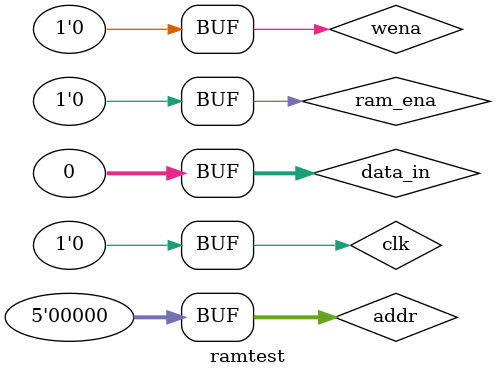
<source format=v>
`timescale 1ns / 1ps


module ramtest;

	// Inputs
	reg clk;
	reg ram_ena;
	reg wena;
	reg [4:0] addr;
	reg [31:0] data_in;

	// Outputs
	wire [31:0] data_out;

	// Instantiate the Unit Under Test (UUT)
	ram uut (
		.clk(clk), 
		.ram_ena(ram_ena), 
		.wena(wena), 
		.addr(addr), 
		.data_in(data_in), 
		.data_out(data_out)
	);

	initial begin
		// Initialize Inputs
		clk = 0;
		ram_ena = 0;
		wena = 0;
		addr = 0;
		data_in = 0;

		// Wait 100 ns for global reset to finish
		#100;
        
		// Add stimulus here

	end
      
endmodule


</source>
